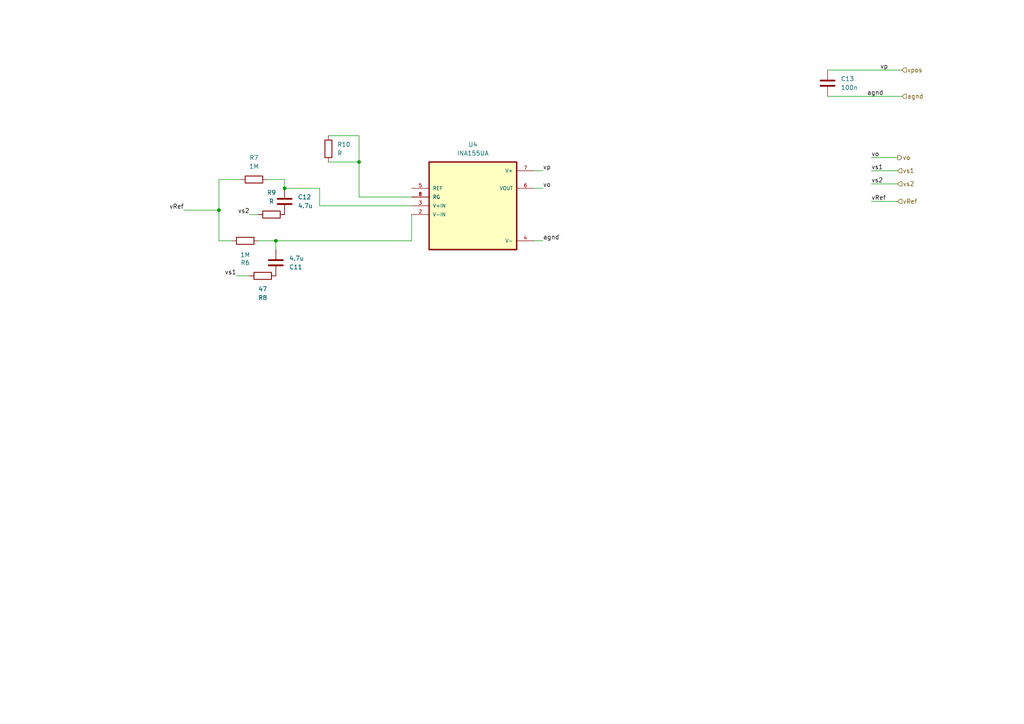
<source format=kicad_sch>
(kicad_sch (version 20250114) (generator "eeschema") (generator_version "9.0")
  (paper "A4")
  (lib_symbols
    (symbol "Device:C" (pin_numbers (hide yes)) (pin_names (offset 0.254))
      (property "Reference" "C" (at 0.635 2.54 0))
      (property "Value" "C" (at 0.635 -2.54 0))
      (symbol "C_0_1"
        (polyline (pts (xy -2.032 0.762) (xy 2.032 0.762)) (stroke (width 0.508)))
        (polyline (pts (xy -2.032 -0.762) (xy 2.032 -0.762)) (stroke (width 0.508)))
      )
      (symbol "C_1_1"
        (pin passive line (at 0 3.81 270) (length 2.794) (name "~") (number "1"))
        (pin passive line (at 0 -3.81 90) (length 2.794) (name "~") (number "2"))
      )
    )
    (symbol "Device:R" (pin_numbers (hide yes)) (pin_names (offset 0))
      (property "Reference" "R" (at 2.032 0 90))
      (property "Value" "R" (at 0 0 90))
      (symbol "R_0_1"
        (rectangle (start -1.016 -2.54) (end 1.016 2.54) (stroke (width 0.254)))
      )
      (symbol "R_1_1"
        (pin passive line (at 0 3.81 270) (length 1.27) (name "~") (number "1"))
        (pin passive line (at 0 -3.81 90) (length 1.27) (name "~") (number "2"))
      )
    )
    (symbol "INA155UA:INA155UA" (pin_names (offset 1.016))
      (property "Reference" "U" (at -12.7 13.7 0))
      (property "Value" "INA155UA" (at -12.7 -16.7 0))
      (symbol "INA155UA_0_0"
        (rectangle (start -12.7 -12.7) (end 12.7 12.7) (stroke (width 0.41)) (fill (type background)))
        (pin input line (at -17.78 5.08 0) (length 5.08) (name "REF") (number "5"))
        (pin input line (at -17.78 2.54 0) (length 5.08) (name "RG") (number "1"))
        (pin input line (at -17.78 2.54 0) (length 5.08) (name "RG") (number "8"))
        (pin input line (at -17.78 0 0) (length 5.08) (name "V+IN") (number "3"))
        (pin input line (at -17.78 -2.54 0) (length 5.08) (name "V-IN") (number "2"))
        (pin power_in line (at 17.78 10.16 180) (length 5.08) (name "V+") (number "7"))
        (pin output line (at 17.78 5.08 180) (length 5.08) (name "VOUT") (number "6"))
        (pin power_in line (at 17.78 -10.16 180) (length 5.08) (name "V-") (number "4"))
      )
    )
  )
  (junction (at 80.01 69.85))
  (junction (at 63.5 60.96))
  (junction (at 104.14 46.99))
  (junction (at 82.55 54.61))
  (wire (pts (xy 63.5 60.96) (xy 63.5 52.07)))
  (wire (pts (xy 119.38 69.85) (xy 119.38 62.23)))
  (wire (pts (xy 67.31 69.85) (xy 63.5 69.85)))
  (wire (pts (xy 252.73 53.34) (xy 260.35 53.34)))
  (wire (pts (xy 68.58 80.01) (xy 72.39 80.01)))
  (wire (pts (xy 74.93 69.85) (xy 80.01 69.85)))
  (wire (pts (xy 63.5 69.85) (xy 63.5 60.96)))
  (wire (pts (xy 82.55 54.61) (xy 82.55 52.07)))
  (wire (pts (xy 95.25 39.37) (xy 104.14 39.37)))
  (wire (pts (xy 53.34 60.96) (xy 63.5 60.96)))
  (wire (pts (xy 92.71 54.61) (xy 82.55 54.61)))
  (wire (pts (xy 92.71 59.69) (xy 119.38 59.69)))
  (wire (pts (xy 240.03 27.94) (xy 261.62 27.94)))
  (wire (pts (xy 72.39 62.23) (xy 74.93 62.23)))
  (wire (pts (xy 240.03 20.32) (xy 261.62 20.32)))
  (wire (pts (xy 104.14 46.99) (xy 104.14 39.37)))
  (wire (pts (xy 252.73 49.53) (xy 260.35 49.53)))
  (wire (pts (xy 252.73 45.72) (xy 260.35 45.72)))
  (wire (pts (xy 80.01 69.85) (xy 119.38 69.85)))
  (wire (pts (xy 157.48 54.61) (xy 154.94 54.61)))
  (wire (pts (xy 157.48 69.85) (xy 154.94 69.85)))
  (wire (pts (xy 77.47 52.07) (xy 82.55 52.07)))
  (wire (pts (xy 95.25 46.99) (xy 104.14 46.99)))
  (wire (pts (xy 252.73 58.42) (xy 260.35 58.42)))
  (wire (pts (xy 104.14 57.15) (xy 119.38 57.15)))
  (wire (pts (xy 80.01 72.39) (xy 80.01 69.85)))
  (wire (pts (xy 92.71 59.69) (xy 92.71 54.61)))
  (wire (pts (xy 157.48 49.53) (xy 154.94 49.53)))
  (wire (pts (xy 104.14 57.15) (xy 104.14 46.99)))
  (wire (pts (xy 63.5 52.07) (xy 69.85 52.07)))
  (label "vRef" (at 252.73 58.42 0))
  (label "vRef" (at 53.34 60.96 180))
  (label "vp" (at 255.27 20.32 0))
  (label "vo" (at 157.48 54.61 0))
  (label "agnd" (at 251.46 27.94 0))
  (label "vs2" (at 72.39 62.23 180))
  (label "vs1" (at 68.58 80.01 180))
  (label "vo" (at 252.73 45.72 0))
  (label "vs2" (at 252.73 53.34 0))
  (label "vp" (at 157.48 49.53 0))
  (label "vs1" (at 252.73 49.53 0))
  (label "agnd" (at 157.48 69.85 0))
  (hierarchical_label "vs2" (shape input) (at 260.35 53.34 0))
  (hierarchical_label "vpos" (shape input) (at 261.62 20.32 0))
  (hierarchical_label "agnd" (shape input) (at 261.62 27.94 0))
  (hierarchical_label "vRef" (shape input) (at 260.35 58.42 0))
  (hierarchical_label "vo" (shape output) (at 260.35 45.72 0))
  (hierarchical_label "vs1" (shape input) (at 260.35 49.53 0))
  (symbol (lib_id "Device:R") (at 73.66 52.07 90) (unit 1)
    (property "Reference" "R2" (at 73.66 45.72 90))
    (property "Value" "1M" (at 73.66 48.26 90))
    (property "Footprint" "Resistor_SMD:R_0603_1608Metric_Pad0.98x0.95mm_HandSolder" (effects (hide yes)))
    (property "Description" "Resistor" (effects (hide yes)))
    (instances (project "esfgrid_ckt_Multi" (path "" (reference "R7") (unit 1)) (path "" (reference "R2") (unit 1))))
  )
  (symbol (lib_id "Device:C") (at 80.01 76.2 0) (mirror x) (unit 1)
    (property "Reference" "C7" (at 83.82 77.4701 0) (effects (justify left)))
    (property "Value" "4.7u" (at 83.82 74.9301 0) (effects (justify left)))
    (property "Footprint" "Capacitor_SMD:C_0603_1608Metric_Pad1.08x0.95mm_HandSolder" (effects (hide yes)))
    (property "Description" "Unpolarized capacitor" (effects (hide yes)))
    (instances (project "esfgrid_ckt_Multi" (path "" (reference "C11") (unit 1)) (path "" (reference "C7") (unit 1))))
  )
  (symbol (lib_id "Device:R") (at 78.74 62.23 90) (unit 1)
    (property "Reference" "R4" (at 78.74 55.88 90))
    (property "Value" "R" (at 78.74 58.42 90))
    (property "Footprint" "Resistor_SMD:R_0603_1608Metric_Pad0.98x0.95mm_HandSolder" (effects (hide yes)))
    (property "Description" "Resistor" (effects (hide yes)))
    (instances (project "esfgrid_ckt_Multi" (path "" (reference "R9") (unit 1)) (path "" (reference "R4") (unit 1))))
  )
  (symbol (lib_id "Device:C") (at 82.55 58.42 0) (unit 1)
    (property "Reference" "C8" (at 86.36 57.1499 0) (effects (justify left)))
    (property "Value" "4.7u" (at 86.36 59.6899 0) (effects (justify left)))
    (property "Footprint" "Capacitor_SMD:C_0603_1608Metric_Pad1.08x0.95mm_HandSolder" (effects (hide yes)))
    (property "Description" "Unpolarized capacitor" (effects (hide yes)))
    (instances (project "esfgrid_ckt_Multi" (path "" (reference "C12") (unit 1)) (path "" (reference "C8") (unit 1))))
  )
  (symbol (lib_id "Device:R") (at 76.2 80.01 90) (mirror x) (unit 1)
    (property "Reference" "R3" (at 76.2 86.36 90))
    (property "Value" "47" (at 76.2 83.82 90))
    (property "Footprint" "Resistor_SMD:R_0603_1608Metric_Pad0.98x0.95mm_HandSolder" (effects (hide yes)))
    (property "Description" "Resistor" (effects (hide yes)))
    (instances (project "esfgrid_ckt_Multi" (path "" (reference "R8") (unit 1)) (path "" (reference "R3") (unit 1))))
  )
  (symbol (lib_id "INA155UA:INA155UA") (at 137.16 59.69 0) (unit 1)
    (property "Reference" "U3" (at 137.16 41.91 0))
    (property "Value" "INA155UA" (at 137.16 44.45 0))
    (property "Footprint" "INA155UA:SOIC127P599X175-8N" (effects (hide yes)))
    (property "DigiKey_Part_Number" "INA155UA-ND" (effects (hide yes)))
    (property "SnapEDA_Link" "https://www.snapeda.com/parts/INA155UA/Texas+Instruments/view-part/?ref=snap" (effects (hide yes)))
    (property "Description_1" "5.5-V single-Supply, 550-KHz (G=10), 6.5-V/µs slew rate, 1-mV offset, RRO, CMOS instrumentation a" (effects (hide yes)))
    (property "MF" "Texas Instruments" (effects (hide yes)))
    (property "Package" "SOIC-8 Texas Instruments" (effects (hide yes)))
    (property "Check_prices" "https://www.snapeda.com/parts/INA155UA/Texas+Instruments/view-part/?ref=eda" (effects (hide yes)))
    (property "MP" "INA155UA" (effects (hide yes)))
    (instances (project "" (path "" (reference "U4") (unit 1)) (path "" (reference "U3") (unit 1))))
  )
  (symbol (lib_id "Device:R") (at 95.25 43.18 0) (unit 1)
    (property "Reference" "R5" (at 97.79 41.9099 0) (effects (justify left)))
    (property "Value" "R" (at 97.79 44.4499 0) (effects (justify left)))
    (property "Footprint" "Resistor_SMD:R_0603_1608Metric_Pad0.98x0.95mm_HandSolder" (effects (hide yes)))
    (property "Description" "Resistor" (effects (hide yes)))
    (instances (project "esfgrid_ckt_Multi" (path "" (reference "R10") (unit 1)) (path "" (reference "R5") (unit 1))))
  )
  (symbol (lib_id "Device:C") (at 240.03 24.13 180) (unit 1)
    (property "Reference" "C9" (at 243.84 22.8599 0) (effects (justify right)))
    (property "Value" "100n" (at 243.84 25.3999 0) (effects (justify right)))
    (property "Footprint" "Capacitor_SMD:C_0603_1608Metric_Pad1.08x0.95mm_HandSolder" (effects (hide yes)))
    (property "Description" "Unpolarized capacitor" (effects (hide yes)))
    (instances (project "esfgrid_ckt_Multi" (path "" (reference "C13") (unit 1)) (path "" (reference "C9") (unit 1))))
  )
  (symbol (lib_id "Device:R") (at 71.12 69.85 90) (mirror x) (unit 1)
    (property "Reference" "R1" (at 71.12 76.2 90))
    (property "Value" "1M" (at 71.12 73.914 90))
    (property "Footprint" "Resistor_SMD:R_0603_1608Metric_Pad0.98x0.95mm_HandSolder" (effects (hide yes)))
    (property "Description" "Resistor" (effects (hide yes)))
    (instances (project "esfgrid_ckt_Multi" (path "" (reference "R6") (unit 1)) (path "" (reference "R1") (unit 1))))
  )
)
</source>
